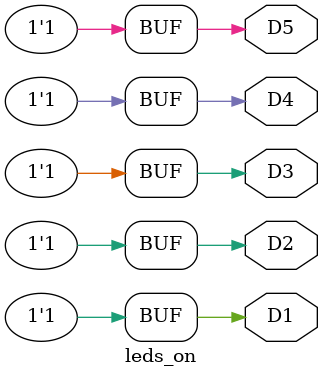
<source format=v>

module leds_on
    (
        output wire D1,
        output wire D2,
        output wire D3,
        output wire D4,
        output wire D5
    );

    assign D1 = 1'b1;
    assign D2 = 1'b1;
    assign D3 = 1'b1;
    assign D4 = 1'b1;
    assign D5 = 1'b1;

endmodule

</source>
